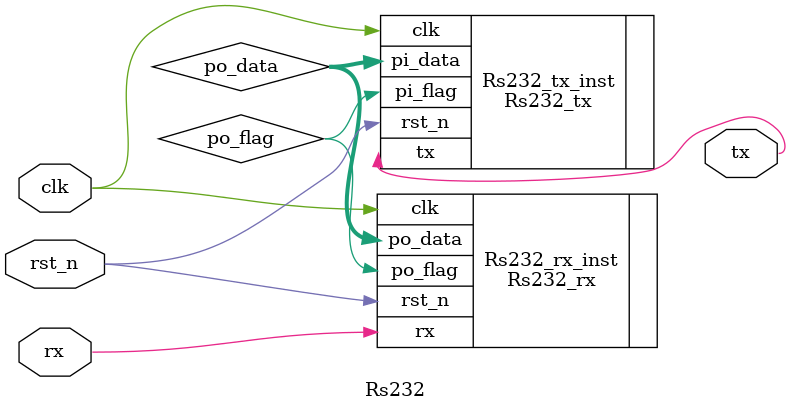
<source format=v>
module Rs232
(
	clk				,
	rst_n			,
	rx				,

	tx				 
);

input			clk				;
input			rst_n			;
input			rx				;		

output			tx				;

wire [7:0]		po_data			;
wire			po_flag			;

Rs232_tx 
#(
	.UART_BPS	(9600		),
	.CLK_FREQ	(50_000_000	)
)
Rs232_tx_inst
(
	.clk				(clk	),
	.rst_n				(rst_n	),
	.pi_data			(po_data),
	.pi_flag			(po_flag),
                                
	.tx					(tx		) 
);


	
Rs232_rx 
#(
	.UART_BPS	(9600		),
	.CLK_FREQ	(50_000_000	)
)
Rs232_rx_inst
(
	.clk					(clk		),
	.rst_n					(rst_n		),
	.rx						(rx			),
                                        
	.po_data				(po_data	),
	.po_flag				(po_flag	) 
);





endmodule

</source>
